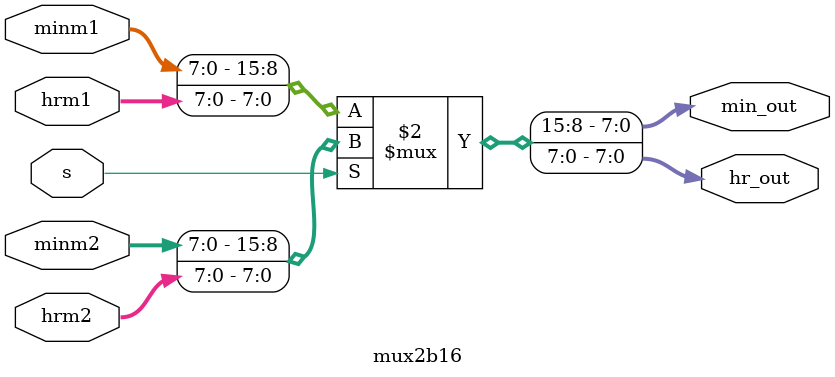
<source format=v>
module mux2b16(s,minm1,hrm1,minm2,hrm2,min_out,hr_out);
  input [7:0]minm1,hrm1,minm2,hrm2;
  output [7:0] min_out,hr_out;
  input s;
  assign {min_out, hr_out}= (s==0)?{minm1,hrm1}:{minm2,hrm2};
endmodule

</source>
